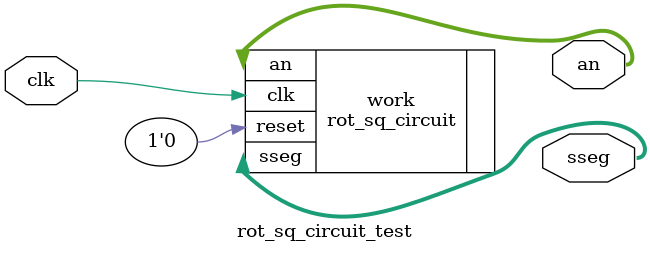
<source format=v>
`timescale 1ns / 1ps
module rot_sq_circuit_test(
		input clk,
		output wire [6:0] sseg,
		output wire [3:0] an
    );



rot_sq_circuit work 
(
	.clk(clk), .reset(1'b0), .sseg(sseg), .an(an)

);

endmodule

</source>
